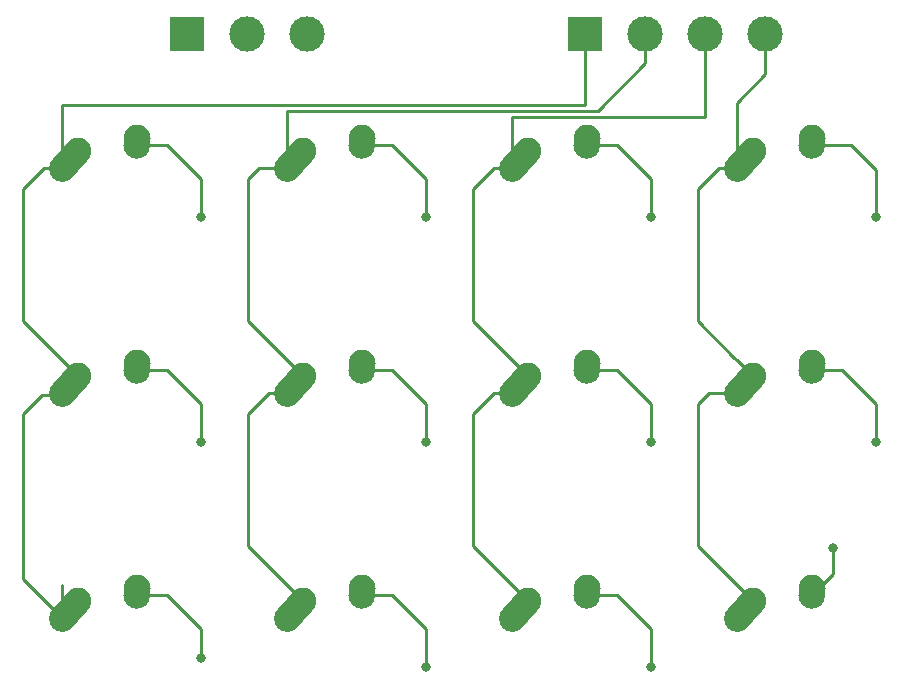
<source format=gtl>
G04 #@! TF.GenerationSoftware,KiCad,Pcbnew,8.0.7*
G04 #@! TF.CreationDate,2024-12-19T23:47:55-08:00*
G04 #@! TF.ProjectId,Deej keypad,4465656a-206b-4657-9970-61642e6b6963,rev?*
G04 #@! TF.SameCoordinates,Original*
G04 #@! TF.FileFunction,Copper,L1,Top*
G04 #@! TF.FilePolarity,Positive*
%FSLAX46Y46*%
G04 Gerber Fmt 4.6, Leading zero omitted, Abs format (unit mm)*
G04 Created by KiCad (PCBNEW 8.0.7) date 2024-12-19 23:47:55*
%MOMM*%
%LPD*%
G01*
G04 APERTURE LIST*
G04 Aperture macros list*
%AMHorizOval*
0 Thick line with rounded ends*
0 $1 width*
0 $2 $3 position (X,Y) of the first rounded end (center of the circle)*
0 $4 $5 position (X,Y) of the second rounded end (center of the circle)*
0 Add line between two ends*
20,1,$1,$2,$3,$4,$5,0*
0 Add two circle primitives to create the rounded ends*
1,1,$1,$2,$3*
1,1,$1,$4,$5*%
G04 Aperture macros list end*
G04 #@! TA.AperFunction,ComponentPad*
%ADD10HorizOval,2.250000X0.655001X0.730000X-0.655001X-0.730000X0*%
G04 #@! TD*
G04 #@! TA.AperFunction,ComponentPad*
%ADD11C,2.250000*%
G04 #@! TD*
G04 #@! TA.AperFunction,ComponentPad*
%ADD12HorizOval,2.250000X0.020000X0.290000X-0.020000X-0.290000X0*%
G04 #@! TD*
G04 #@! TA.AperFunction,ComponentPad*
%ADD13R,3.000000X3.000000*%
G04 #@! TD*
G04 #@! TA.AperFunction,ComponentPad*
%ADD14C,3.000000*%
G04 #@! TD*
G04 #@! TA.AperFunction,ViaPad*
%ADD15C,0.800000*%
G04 #@! TD*
G04 #@! TA.AperFunction,Conductor*
%ADD16C,0.250000*%
G04 #@! TD*
G04 APERTURE END LIST*
D10*
X125432501Y-85630000D03*
D11*
X126087500Y-84900000D03*
D12*
X131107500Y-84110000D03*
D11*
X131127500Y-83820000D03*
D10*
X125432501Y-104680000D03*
D11*
X126087500Y-103950000D03*
D12*
X131107500Y-103160000D03*
D11*
X131127500Y-102870000D03*
D10*
X125432501Y-123730000D03*
D11*
X126087500Y-123000000D03*
D12*
X131107500Y-122210000D03*
D11*
X131127500Y-121920000D03*
D10*
X144482501Y-85630000D03*
D11*
X145137500Y-84900000D03*
D12*
X150157500Y-84110000D03*
D11*
X150177500Y-83820000D03*
D10*
X144482501Y-104680000D03*
D11*
X145137500Y-103950000D03*
D12*
X150157500Y-103160000D03*
D11*
X150177500Y-102870000D03*
D10*
X144482501Y-123730000D03*
D11*
X145137500Y-123000000D03*
D12*
X150157500Y-122210000D03*
D11*
X150177500Y-121920000D03*
D10*
X163532501Y-85630000D03*
D11*
X164187500Y-84900000D03*
D12*
X169207500Y-84110000D03*
D11*
X169227500Y-83820000D03*
D10*
X163532501Y-104680000D03*
D11*
X164187500Y-103950000D03*
D12*
X169207500Y-103160000D03*
D11*
X169227500Y-102870000D03*
D10*
X163532501Y-123730000D03*
D11*
X164187500Y-123000000D03*
D12*
X169207500Y-122210000D03*
D11*
X169227500Y-121920000D03*
D10*
X182582501Y-85630000D03*
D11*
X183237500Y-84900000D03*
D12*
X188257500Y-84110000D03*
D11*
X188277500Y-83820000D03*
D10*
X182582501Y-104680000D03*
D11*
X183237500Y-103950000D03*
D12*
X188257500Y-103160000D03*
D11*
X188277500Y-102870000D03*
D10*
X182582501Y-123730000D03*
D11*
X183237500Y-123000000D03*
D12*
X188257500Y-122210000D03*
D11*
X188277500Y-121920000D03*
D13*
X135340000Y-75000000D03*
D14*
X140420000Y-75000000D03*
X145500000Y-75000000D03*
D13*
X169068750Y-75000000D03*
D14*
X174148750Y-75000000D03*
X179228750Y-75000000D03*
X184308750Y-75000000D03*
D15*
X136525000Y-90487500D03*
X136525000Y-90487500D03*
X136525000Y-90487500D03*
X136525000Y-109537500D03*
X136525000Y-127793750D03*
X155575000Y-90487500D03*
X155575000Y-128587500D03*
X174625000Y-90487500D03*
X174625000Y-109537500D03*
X193675000Y-90487500D03*
X193675000Y-109537500D03*
X190000000Y-118500000D03*
X155575000Y-109537500D03*
X174625000Y-128587500D03*
D16*
X136525000Y-87312500D02*
X136525000Y-90487500D01*
X133612500Y-84400000D02*
X136525000Y-87312500D01*
X131087500Y-84400000D02*
X133612500Y-84400000D01*
X136525000Y-106362500D02*
X136525000Y-109537500D01*
X133612500Y-103450000D02*
X136525000Y-106362500D01*
X131087500Y-103450000D02*
X133612500Y-103450000D01*
X136525000Y-125412500D02*
X136525000Y-127793750D01*
X133612500Y-122500000D02*
X136525000Y-125412500D01*
X131087500Y-122500000D02*
X133612500Y-122500000D01*
X150137500Y-84400000D02*
X152662500Y-84400000D01*
X152662500Y-84400000D02*
X155575000Y-87312500D01*
X155575000Y-87312500D02*
X155575000Y-90487500D01*
X152662500Y-122500000D02*
X155575000Y-125412500D01*
X155575000Y-125412500D02*
X155575000Y-128587500D01*
X150137500Y-122500000D02*
X152662500Y-122500000D01*
X171712500Y-84400000D02*
X174625000Y-87312500D01*
X169187500Y-84400000D02*
X171712500Y-84400000D01*
X174625000Y-87312500D02*
X174625000Y-90487500D01*
X171712500Y-103450000D02*
X174625000Y-106362500D01*
X169187500Y-103450000D02*
X171712500Y-103450000D01*
X174625000Y-106362500D02*
X174625000Y-109537500D01*
X193675000Y-86518750D02*
X193675000Y-90487500D01*
X188912500Y-85075000D02*
X188237500Y-84400000D01*
X188237500Y-84400000D02*
X191556250Y-84400000D01*
X191556250Y-84400000D02*
X193675000Y-86518750D01*
X190762500Y-103450000D02*
X193675000Y-106362500D01*
X188237500Y-103450000D02*
X190762500Y-103450000D01*
X193675000Y-106362500D02*
X193675000Y-109537500D01*
X190000000Y-120737500D02*
X188237500Y-122500000D01*
X190000000Y-118500000D02*
X190000000Y-120737500D01*
X121443750Y-99306250D02*
X126087500Y-103950000D01*
X123031250Y-105568750D02*
X121443750Y-107156250D01*
X169068750Y-81000000D02*
X169068750Y-75000000D01*
X124271498Y-105410000D02*
X124112748Y-105568750D01*
X124777500Y-81000000D02*
X169068750Y-81000000D01*
X124777500Y-86360000D02*
X123190000Y-86360000D01*
X124777500Y-86360000D02*
X124777500Y-81000000D01*
X123190000Y-86360000D02*
X121443750Y-88106250D01*
X121443750Y-107156250D02*
X121443750Y-121126250D01*
X121443750Y-121126250D02*
X124777500Y-124460000D01*
X121443750Y-88106250D02*
X121443750Y-99306250D01*
X124777500Y-121690000D02*
X124777500Y-124460000D01*
X124777500Y-105410000D02*
X124271498Y-105410000D01*
X124112748Y-105568750D02*
X123031250Y-105568750D01*
X143827500Y-105410000D02*
X142240000Y-105410000D01*
X142240000Y-105410000D02*
X140493750Y-107156250D01*
X140493750Y-99306250D02*
X145137500Y-103950000D01*
X170118750Y-81500000D02*
X174148750Y-77470000D01*
X143827500Y-86360000D02*
X141446250Y-86360000D01*
X140493750Y-87312500D02*
X140493750Y-99306250D01*
X174148750Y-77470000D02*
X174148750Y-75000000D01*
X143827500Y-86360000D02*
X143827500Y-81500000D01*
X143827500Y-81500000D02*
X170118750Y-81500000D01*
X140493750Y-118356250D02*
X145137500Y-123000000D01*
X141446250Y-86360000D02*
X140493750Y-87312500D01*
X140493750Y-107156250D02*
X140493750Y-118356250D01*
X162877500Y-82000000D02*
X179228750Y-82000000D01*
X162877500Y-86360000D02*
X162877500Y-82000000D01*
X159543750Y-107156250D02*
X159543750Y-118356250D01*
X162877500Y-86360000D02*
X161290000Y-86360000D01*
X159543750Y-88106250D02*
X159543750Y-99306250D01*
X159543750Y-99306250D02*
X162877500Y-102640000D01*
X161290000Y-86360000D02*
X159543750Y-88106250D01*
X159543750Y-118356250D02*
X162877500Y-121690000D01*
X161290000Y-105410000D02*
X159543750Y-107156250D01*
X179228750Y-82000000D02*
X179228750Y-75000000D01*
X162877500Y-105410000D02*
X161290000Y-105410000D01*
X162877500Y-121690000D02*
X164187500Y-123000000D01*
X162877500Y-102640000D02*
X164187500Y-103950000D01*
X181927500Y-80803750D02*
X184308750Y-78422500D01*
X181927500Y-121690000D02*
X183237500Y-123000000D01*
X181927500Y-102640000D02*
X182121875Y-102834375D01*
X178593750Y-118356250D02*
X183237500Y-123000000D01*
X179546250Y-105410000D02*
X178593750Y-106362500D01*
X181927500Y-105410000D02*
X179546250Y-105410000D01*
X181927500Y-86360000D02*
X181927500Y-80803750D01*
X178593750Y-99306250D02*
X181681250Y-102393750D01*
X180340000Y-86360000D02*
X178593750Y-88106250D01*
X181681250Y-102393750D02*
X182121875Y-102834375D01*
X181927500Y-86360000D02*
X180340000Y-86360000D01*
X182121875Y-102834375D02*
X183237500Y-103950000D01*
X184308750Y-78422500D02*
X184308750Y-75000000D01*
X178593750Y-88106250D02*
X178593750Y-99306250D01*
X178593750Y-106362500D02*
X178593750Y-118356250D01*
X155575000Y-106362500D02*
X155575000Y-109537500D01*
X152662500Y-103450000D02*
X155575000Y-106362500D01*
X150137500Y-103450000D02*
X152662500Y-103450000D01*
X171712500Y-122500000D02*
X173831250Y-124618750D01*
X169187500Y-122500000D02*
X171712500Y-122500000D01*
X173831250Y-124618750D02*
X174625000Y-125412500D01*
X169187500Y-121960000D02*
X169227500Y-121920000D01*
X169187500Y-122500000D02*
X169187500Y-121960000D01*
X174625000Y-125412500D02*
X174625000Y-128587500D01*
M02*

</source>
